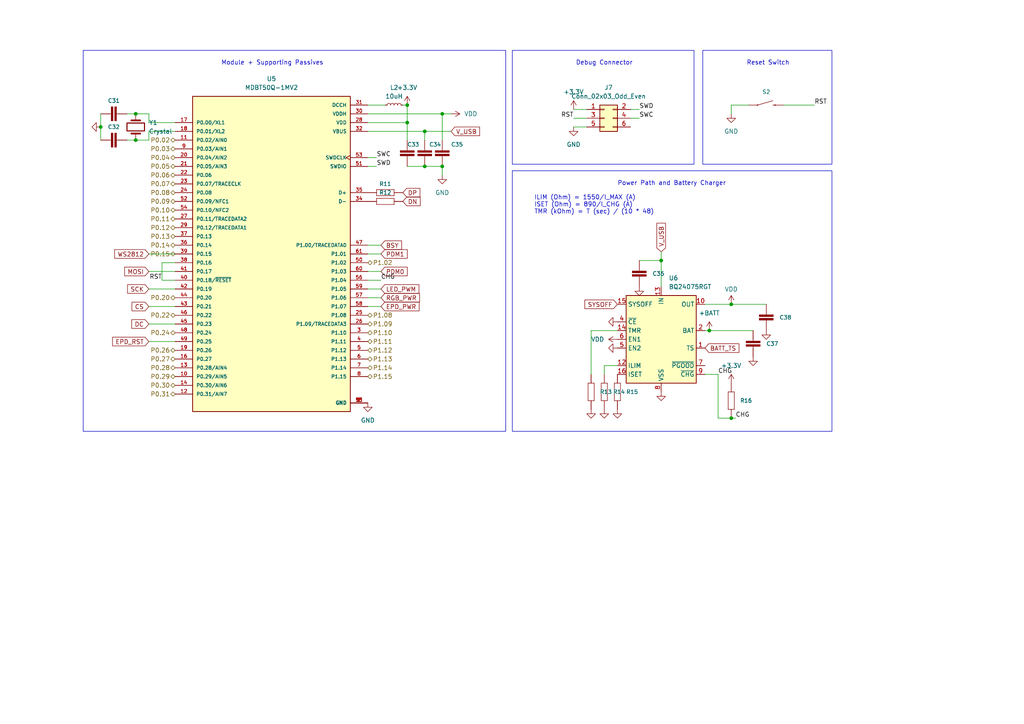
<source format=kicad_sch>
(kicad_sch (version 20231120) (generator "eeschema") (generator_version "8.0")
  (paper "A4")
  (title_block (title "Next Generation Platform Template") (date "2024-03-11") (rev "V1.0") (company "Polarity Works Ltd."))
  (lib_symbols
    (symbol "GND_1" (power) (pin_names (offset 0))
      (property "Value" "GND_1" (at 0 -3.81 0))
      (symbol "GND_1_0_1"
        (polyline (pts (xy 0 0) (xy 0 -1.27) (xy 1.27 -1.27) (xy 0 -2.54) (xy -1.27 -1.27) (xy 0 -1.27)))
      )
      (symbol "GND_1_1_1"
        (pin power_in line (at 0 0 270) (length 0) hide (name "GND") (number "1"))
      )
    )
    (symbol "ergo-pw:+3.3V" (power) (pin_names (offset 0))
      (property "Value" "+3.3V" (at 0 3.556 0))
      (symbol "+3.3V_0_1"
        (polyline (pts (xy -0.762 1.27) (xy 0 2.54)))
        (polyline (pts (xy 0 0) (xy 0 2.54)))
        (polyline (pts (xy 0 2.54) (xy 0.762 1.27)))
      )
      (symbol "+3.3V_1_1"
        (pin power_in line (at 0 0 90) (length 0) hide (name "+3.3V") (number "1"))
      )
    )
    (symbol "ergo-pw:+BATT" (power) (pin_names (offset 0))
      (property "Value" "+BATT" (at 0 3.556 0))
      (symbol "+BATT_0_1"
        (polyline (pts (xy -0.762 1.27) (xy 0 2.54)))
        (polyline (pts (xy 0 0) (xy 0 2.54)))
        (polyline (pts (xy 0 2.54) (xy 0.762 1.27)))
      )
      (symbol "+BATT_1_1"
        (pin power_in line (at 0 0 90) (length 0) hide (name "+BATT") (number "1"))
      )
    )
    (symbol "ergo-pw:BQ24075RGT"
      (property "Reference" "U" (at -8.89 13.97 0))
      (property "Value" "BQ24075RGT" (at 16.51 13.97 0))
      (symbol "BQ24075RGT_0_1"
        (rectangle (start -10.16 12.7) (end 10.16 -12.7) (stroke (width 0.254)) (fill (type background)))
      )
      (symbol "BQ24075RGT_1_1"
        (pin passive line (at 12.7 -2.54 180) (length 2.54) (name "TS") (number "1"))
        (pin power_out line (at 12.7 10.16 180) (length 2.54) (name "OUT") (number "10"))
        (pin passive line (at 12.7 10.16 180) (length 2.54) hide (name "OUT") (number "11"))
        (pin passive line (at -12.7 -7.62 0) (length 2.54) (name "ILIM") (number "12"))
        (pin power_in line (at 0 15.24 270) (length 2.54) (name "IN") (number "13"))
        (pin input line (at -12.7 2.54 0) (length 2.54) (name "TMR") (number "14"))
        (pin input line (at -12.7 10.16 0) (length 2.54) (name "SYSOFF") (number "15"))
        (pin passive line (at -12.7 -10.16 0) (length 2.54) (name "ISET") (number "16"))
        (pin passive line (at 0 -15.24 90) (length 2.54) hide (name "VSS") (number "17"))
        (pin power_out line (at 12.7 2.54 180) (length 2.54) (name "BAT") (number "2"))
        (pin passive line (at 12.7 2.54 180) (length 2.54) hide (name "BAT") (number "3"))
        (pin input line (at -12.7 5.08 0) (length 2.54) (name "~{CE}") (number "4"))
        (pin input line (at -12.7 -2.54 0) (length 2.54) (name "EN2") (number "5"))
        (pin input line (at -12.7 0 0) (length 2.54) (name "EN1") (number "6"))
        (pin open_collector line (at 12.7 -7.62 180) (length 2.54) (name "~{PGOOD}") (number "7"))
        (pin power_in line (at 0 -15.24 90) (length 2.54) (name "VSS") (number "8"))
        (pin open_collector line (at 12.7 -10.16 180) (length 2.54) (name "~{CHG}") (number "9"))
      )
    )
    (symbol "ergo-pw:C-EUC0603" (pin_numbers hide) (pin_names (offset 1.016) hide)
      (property "Reference" "C" (at 1.524 0.381 0))
      (symbol "C-EUC0603_1_0"
        (polyline (pts (xy 0 -2.54) (xy 0 -2.032)))
        (polyline (pts (xy 0 0) (xy 0 -0.508)))
      )
      (symbol "C-EUC0603_1_1"
        (rectangle (start -2.032 -2.032) (end 2.032 -1.524) (fill (type outline)))
        (rectangle (start -2.032 -1.016) (end 2.032 -0.508) (fill (type outline)))
        (pin passive line (at 0 2.54 270) (length 2.54) (name "1") (number "1"))
        (pin passive line (at 0 -5.08 90) (length 2.54) (name "2") (number "2"))
      )
    )
    (symbol "ergo-pw:Conn_02x03_Odd_Even" (pin_names (offset 1.016) hide)
      (property "Reference" "J" (at 1.27 5.08 0))
      (property "Value" "Conn_02x03_Odd_Even" (at 1.27 -5.08 0))
      (symbol "Conn_02x03_Odd_Even_1_1"
        (rectangle (start -1.27 -2.413) (end 0 -2.667) (stroke (width 0.1524)))
        (rectangle (start -1.27 0.127) (end 0 -0.127) (stroke (width 0.1524)))
        (rectangle (start -1.27 2.667) (end 0 2.413) (stroke (width 0.1524)))
        (rectangle (start -1.27 3.81) (end 3.81 -3.81) (stroke (width 0.254)) (fill (type background)))
        (rectangle (start 3.81 -2.413) (end 2.54 -2.667) (stroke (width 0.1524)))
        (rectangle (start 3.81 0.127) (end 2.54 -0.127) (stroke (width 0.1524)))
        (rectangle (start 3.81 2.667) (end 2.54 2.413) (stroke (width 0.1524)))
        (pin passive line (at -5.08 2.54 0) (length 3.81) (name "Pin_1") (number "1"))
        (pin passive line (at 7.62 2.54 180) (length 3.81) (name "Pin_2") (number "2"))
        (pin passive line (at -5.08 0 0) (length 3.81) (name "Pin_3") (number "3"))
        (pin passive line (at 7.62 0 180) (length 3.81) (name "Pin_4") (number "4"))
        (pin passive line (at -5.08 -2.54 0) (length 3.81) (name "Pin_5") (number "5"))
        (pin passive line (at 7.62 -2.54 180) (length 3.81) (name "Pin_6") (number "6"))
      )
    )
    (symbol "ergo-pw:Crystal" (pin_numbers hide) (pin_names (offset 1.016) hide)
      (property "Reference" "Y" (at 0 3.81 0))
      (property "Value" "Crystal" (at 0 -3.81 0))
      (symbol "Crystal_0_1"
        (rectangle (start -1.143 2.54) (end 1.143 -2.54) (stroke (width 0.3048)))
        (polyline (pts (xy -2.54 0) (xy -1.905 0)))
        (polyline (pts (xy -1.905 -1.27) (xy -1.905 1.27)) (stroke (width 0.508)))
        (polyline (pts (xy 1.905 -1.27) (xy 1.905 1.27)) (stroke (width 0.508)))
        (polyline (pts (xy 2.54 0) (xy 1.905 0)))
      )
      (symbol "Crystal_1_1"
        (pin passive line (at -3.81 0 0) (length 1.27) (name "1") (number "1"))
        (pin passive line (at 3.81 0 180) (length 1.27) (name "2") (number "2"))
      )
    )
    (symbol "ergo-pw:GND" (power) (pin_numbers hide) (pin_names (offset 0) hide)
      (property "Value" "GND" (at 0 -3.81 0))
      (symbol "GND_0_1"
        (polyline (pts (xy 0 0) (xy 0 -1.27) (xy 1.27 -1.27) (xy 0 -2.54) (xy -1.27 -1.27) (xy 0 -1.27)))
      )
      (symbol "GND_1_1"
        (pin power_in line (at 0 0 270) (length 0) hide (name "GND") (number "1"))
      )
    )
    (symbol "ergo-pw:L_Small" (pin_numbers hide) (pin_names (offset 0.254) hide)
      (property "Reference" "L" (at 0.762 1.016 0))
      (property "Value" "L_Small" (at 0.762 -1.016 0))
      (symbol "L_Small_0_1"
        (arc (start 0 -2.032) (mid 0.5058 -1.524) (end 0 -1.016))
        (arc (start 0 -1.016) (mid 0.5058 -0.508) (end 0 0))
        (arc (start 0 0) (mid 0.5058 0.508) (end 0 1.016))
        (arc (start 0 1.016) (mid 0.5058 1.524) (end 0 2.032))
      )
      (symbol "L_Small_1_1"
        (pin passive line (at 0 2.54 270) (length 0.508) (name "~") (number "1"))
        (pin passive line (at 0 -2.54 90) (length 0.508) (name "~") (number "2"))
      )
    )
    (symbol "ergo-pw:MDBT50Q-1MV2" (pin_names (offset 1.016))
      (property "Reference" "U" (at -22.86 46.482 0))
      (property "Value" "MDBT50Q-1MV2" (at -22.86 -48.26 0))
      (symbol "MDBT50Q-1MV2_0_0"
        (rectangle (start -22.86 -45.72) (end 22.86 45.72) (stroke (width 0.254)) (fill (type background)))
        (pin power_in line (at 27.94 -43.18 180) (length 5.08) (name "GND") (number "1"))
        (pin bidirectional line (at -27.94 -35.56 0) (length 5.08) (name "P0.29/AIN5") (number "10"))
        (pin bidirectional line (at -27.94 33.02 0) (length 5.08) (name "P0.02/AIN0") (number "11"))
        (pin bidirectional line (at -27.94 -40.64 0) (length 5.08) (name "P0.31/AIN7") (number "12"))
        (pin bidirectional line (at -27.94 -33.02 0) (length 5.08) (name "P0.28/AIN4") (number "13"))
        (pin bidirectional line (at -27.94 -38.1 0) (length 5.08) (name "P0.30/AIN6") (number "14"))
        (pin power_in line (at 27.94 -43.18 180) (length 5.08) (name "GND") (number "15"))
        (pin bidirectional line (at -27.94 -30.48 0) (length 5.08) (name "P0.27") (number "16"))
        (pin bidirectional line (at -27.94 38.1 0) (length 5.08) (name "P0.00/XL1") (number "17"))
        (pin bidirectional line (at -27.94 35.56 0) (length 5.08) (name "P0.01/XL2") (number "18"))
        (pin bidirectional line (at -27.94 -27.94 0) (length 5.08) (name "P0.26") (number "19"))
        (pin power_in line (at 27.94 -43.18 180) (length 5.08) (name "GND") (number "2"))
        (pin bidirectional line (at -27.94 27.94 0) (length 5.08) (name "P0.04/AIN2") (number "20"))
        (pin bidirectional line (at -27.94 25.4 0) (length 5.08) (name "P0.05/AIN3") (number "21"))
        (pin bidirectional line (at -27.94 22.86 0) (length 5.08) (name "P0.06") (number "22"))
        (pin bidirectional line (at -27.94 20.32 0) (length 5.08) (name "P0.07/TRACECLK") (number "23"))
        (pin bidirectional line (at -27.94 17.78 0) (length 5.08) (name "P0.08") (number "24"))
        (pin bidirectional line (at 27.94 -17.78 180) (length 5.08) (name "P1.08") (number "25"))
        (pin bidirectional line (at 27.94 -20.32 180) (length 5.08) (name "P1.09/TRACEDATA3") (number "26"))
        (pin bidirectional line (at -27.94 10.16 0) (length 5.08) (name "P0.11/TRACEDATA2") (number "27"))
        (pin power_in line (at 27.94 38.1 180) (length 5.08) (name "VDD") (number "28"))
        (pin bidirectional line (at -27.94 7.62 0) (length 5.08) (name "P0.12/TRACEDATA1") (number "29"))
        (pin bidirectional line (at 27.94 -22.86 180) (length 5.08) (name "P1.10") (number "3"))
        (pin power_in line (at 27.94 40.64 180) (length 5.08) (name "VDDH") (number "30"))
        (pin power_in line (at 27.94 43.18 180) (length 5.08) (name "DCCH") (number "31"))
        (pin power_in line (at 27.94 35.56 180) (length 5.08) (name "VBUS") (number "32"))
        (pin power_in line (at 27.94 -43.18 180) (length 5.08) (name "GND") (number "33"))
        (pin bidirectional line (at 27.94 15.24 180) (length 5.08) (name "D-") (number "34"))
        (pin bidirectional line (at 27.94 17.78 180) (length 5.08) (name "D+") (number "35"))
        (pin bidirectional line (at -27.94 2.54 0) (length 5.08) (name "P0.14") (number "36"))
        (pin bidirectional line (at -27.94 5.08 0) (length 5.08) (name "P0.13") (number "37"))
        (pin bidirectional line (at -27.94 -2.54 0) (length 5.08) (name "P0.16") (number "38"))
        (pin bidirectional line (at -27.94 0 0) (length 5.08) (name "P0.15") (number "39"))
        (pin bidirectional line (at 27.94 -25.4 180) (length 5.08) (name "P1.11") (number "4"))
        (pin bidirectional line (at -27.94 -7.62 0) (length 5.08) (name "P0.18/~{RESET}") (number "40"))
        (pin bidirectional line (at -27.94 -5.08 0) (length 5.08) (name "P0.17") (number "41"))
        (pin bidirectional line (at -27.94 -10.16 0) (length 5.08) (name "P0.19") (number "42"))
        (pin bidirectional line (at -27.94 -15.24 0) (length 5.08) (name "P0.21") (number "43"))
        (pin bidirectional line (at -27.94 -12.7 0) (length 5.08) (name "P0.20") (number "44"))
        (pin bidirectional line (at -27.94 -20.32 0) (length 5.08) (name "P0.23") (number "45"))
        (pin bidirectional line (at -27.94 -17.78 0) (length 5.08) (name "P0.22") (number "46"))
        (pin bidirectional line (at 27.94 2.54 180) (length 5.08) (name "P1.00/TRACEDATA0") (number "47"))
        (pin bidirectional line (at -27.94 -22.86 0) (length 5.08) (name "P0.24") (number "48"))
        (pin bidirectional line (at -27.94 -25.4 0) (length 5.08) (name "P0.25") (number "49"))
        (pin bidirectional line (at 27.94 -27.94 180) (length 5.08) (name "P1.12") (number "5"))
        (pin bidirectional line (at 27.94 -2.54 180) (length 5.08) (name "P1.02") (number "50"))
        (pin bidirectional line (at 27.94 25.4 180) (length 5.08) (name "SWDIO") (number "51"))
        (pin bidirectional line (at -27.94 15.24 0) (length 5.08) (name "P0.09/NFC1") (number "52"))
        (pin input clock (at 27.94 27.94 180) (length 5.08) (name "SWDCLK") (number "53"))
        (pin bidirectional line (at -27.94 12.7 0) (length 5.08) (name "P0.10/NFC2") (number "54"))
        (pin power_in line (at 27.94 -43.18 180) (length 5.08) (name "GND") (number "55"))
        (pin bidirectional line (at 27.94 -7.62 180) (length 5.08) (name "P1.04") (number "56"))
        (pin bidirectional line (at 27.94 -12.7 180) (length 5.08) (name "P1.06") (number "57"))
        (pin bidirectional line (at 27.94 -15.24 180) (length 5.08) (name "P1.07") (number "58"))
        (pin bidirectional line (at 27.94 -10.16 180) (length 5.08) (name "P1.05") (number "59"))
        (pin bidirectional line (at 27.94 -30.48 180) (length 5.08) (name "P1.13") (number "6"))
        (pin bidirectional line (at 27.94 -5.08 180) (length 5.08) (name "P1.03") (number "60"))
        (pin bidirectional line (at 27.94 0 180) (length 5.08) (name "P1.01") (number "61"))
        (pin bidirectional line (at 27.94 -33.02 180) (length 5.08) (name "P1.14") (number "7"))
        (pin bidirectional line (at 27.94 -35.56 180) (length 5.08) (name "P1.15") (number "8"))
        (pin bidirectional line (at -27.94 30.48 0) (length 5.08) (name "P0.03/AIN1") (number "9"))
      )
    )
    (symbol "ergo-pw:MOMENTARY-SWITCH-SPST-SMD-4.6X2.8MM" (pin_numbers hide) (pin_names (offset 1.016) hide)
      (property "Reference" "S" (at 0 1.524 0))
      (property "Link" "https://lcsc.com/product-detail/Tactile-Switches_C-K-KMR221GLFS_C72443.html" (at 0 0 0))
      (symbol "MOMENTARY-SWITCH-SPST-SMD-4.6X2.8MM_1_0"
        (polyline (pts (xy -2.54 0) (xy 1.905 1.27)))
        (polyline (pts (xy 1.905 0) (xy 2.54 0)))
      )
      (symbol "MOMENTARY-SWITCH-SPST-SMD-4.6X2.8MM_1_1"
        (circle (center -2.54 0) (radius 0.127) (fill (type outline)))
        (circle (center 2.54 0) (radius 0.127) (fill (type outline)))
        (pin passive line (at -5.08 0 0) (length 2.54) (name "1") (number "1"))
        (pin passive line (at -5.08 0 0) (length 2.54) hide (name "1") (number "2"))
        (pin passive line (at 5.08 0 180) (length 2.54) (name "2") (number "3"))
        (pin passive line (at 5.08 0 180) (length 2.54) hide (name "2") (number "4"))
      )
    )
    (symbol "ergo-pw:R-EU_R0603" (pin_numbers hide) (pin_names (offset 1.016) hide)
      (property "Reference" "R" (at -3.81 1.4986 0))
      (symbol "R-EU_R0603_1_0"
        (polyline (pts (xy -2.54 -0.889) (xy -2.54 0.889)))
        (polyline (pts (xy -2.54 -0.889) (xy 2.54 -0.889)))
        (polyline (pts (xy 2.54 -0.889) (xy 2.54 0.889)))
        (polyline (pts (xy 2.54 0.889) (xy -2.54 0.889)))
      )
      (symbol "R-EU_R0603_1_1"
        (pin passive line (at -5.08 0 0) (length 2.54) (name "1") (number "1"))
        (pin passive line (at 5.08 0 180) (length 2.54) (name "2") (number "2"))
      )
    )
    (symbol "ergo-pw:VDD" (power) (pin_names (offset 0))
      (property "Value" "VDD" (at 0 3.81 0))
      (symbol "VDD_0_1"
        (polyline (pts (xy -0.762 1.27) (xy 0 2.54)))
        (polyline (pts (xy 0 0) (xy 0 2.54)))
        (polyline (pts (xy 0 2.54) (xy 0.762 1.27)))
      )
      (symbol "VDD_1_1"
        (pin power_in line (at 0 0 90) (length 0) hide (name "VDD") (number "1"))
      )
    )
  )
  (junction (at 212.09 121.285))
  (junction (at 123.19 38.1))
  (junction (at 128.27 33.02))
  (junction (at 123.19 48.26))
  (junction (at 205.74 95.885))
  (junction (at 128.27 48.26))
  (junction (at 29.21 36.83))
  (junction (at 191.77 75.565))
  (junction (at 118.11 35.56))
  (junction (at 212.09 88.265))
  (junction (at 39.37 40.64))
  (junction (at 118.11 30.48))
  (junction (at 39.37 33.02))
  (wire (pts (xy 106.68 71.12) (xy 110.49 71.12)))
  (wire (pts (xy 43.18 33.02) (xy 43.18 35.56)))
  (wire (pts (xy 29.21 33.02) (xy 29.21 36.83)))
  (wire (pts (xy 166.37 31.75) (xy 170.18 31.75)))
  (wire (pts (xy 43.18 35.56) (xy 50.8 35.56)))
  (wire (pts (xy 43.18 93.98) (xy 50.8 93.98)))
  (wire (pts (xy 43.18 83.82) (xy 50.8 83.82)))
  (wire (pts (xy 175.26 106.045) (xy 175.26 108.585)))
  (wire (pts (xy 106.68 78.74) (xy 110.49 78.74)))
  (wire (pts (xy 118.11 48.26) (xy 123.19 48.26)))
  (wire (pts (xy 212.09 121.285) (xy 213.36 121.285)))
  (wire (pts (xy 130.81 33.02) (xy 128.27 33.02)))
  (wire (pts (xy 130.81 38.1) (xy 123.19 38.1)))
  (wire (pts (xy 208.28 121.285) (xy 208.28 108.585)))
  (wire (pts (xy 191.77 73.025) (xy 191.77 75.565)))
  (wire (pts (xy 46.99 76.2) (xy 46.99 81.28)))
  (wire (pts (xy 123.19 48.26) (xy 128.27 48.26)))
  (wire (pts (xy 204.47 95.885) (xy 205.74 95.885)))
  (wire (pts (xy 128.27 33.02) (xy 128.27 40.64)))
  (wire (pts (xy 208.28 108.585) (xy 204.47 108.585)))
  (wire (pts (xy 179.07 95.885) (xy 171.45 95.885)))
  (wire (pts (xy 46.99 81.28) (xy 50.8 81.28)))
  (wire (pts (xy 106.68 81.28) (xy 110.49 81.28)))
  (wire (pts (xy 166.37 36.83) (xy 170.18 36.83)))
  (wire (pts (xy 50.8 76.2) (xy 46.99 76.2)))
  (wire (pts (xy 212.09 88.265) (xy 222.25 88.265)))
  (wire (pts (xy 171.45 95.885) (xy 171.45 108.585)))
  (wire (pts (xy 182.88 31.75) (xy 185.42 31.75)))
  (wire (pts (xy 106.68 30.48) (xy 111.76 30.48)))
  (wire (pts (xy 50.8 38.1) (xy 43.18 38.1)))
  (wire (pts (xy 166.37 34.29) (xy 170.18 34.29)))
  (wire (pts (xy 106.68 86.36) (xy 110.49 86.36)))
  (wire (pts (xy 118.11 30.48) (xy 118.11 35.56)))
  (wire (pts (xy 212.09 30.48) (xy 217.17 30.48)))
  (wire (pts (xy 182.88 34.29) (xy 185.42 34.29)))
  (wire (pts (xy 43.18 99.06) (xy 50.8 99.06)))
  (wire (pts (xy 43.18 88.9) (xy 50.8 88.9)))
  (wire (pts (xy 106.68 83.82) (xy 110.49 83.82)))
  (wire (pts (xy 106.68 38.1) (xy 123.19 38.1)))
  (wire (pts (xy 43.18 38.1) (xy 43.18 40.64)))
  (wire (pts (xy 191.77 75.565) (xy 191.77 83.185)))
  (wire (pts (xy 179.07 106.045) (xy 175.26 106.045)))
  (wire (pts (xy 118.11 40.64) (xy 118.11 35.56)))
  (wire (pts (xy 106.68 33.02) (xy 128.27 33.02)))
  (wire (pts (xy 29.21 36.83) (xy 29.21 40.64)))
  (wire (pts (xy 106.68 88.9) (xy 110.49 88.9)))
  (wire (pts (xy 208.28 121.285) (xy 212.09 121.285)))
  (wire (pts (xy 204.47 88.265) (xy 212.09 88.265)))
  (wire (pts (xy 106.68 48.26) (xy 109.22 48.26)))
  (wire (pts (xy 185.42 75.565) (xy 191.77 75.565)))
  (wire (pts (xy 43.18 78.74) (xy 50.8 78.74)))
  (wire (pts (xy 123.19 40.64) (xy 123.19 38.1)))
  (wire (pts (xy 106.68 45.72) (xy 109.22 45.72)))
  (wire (pts (xy 205.74 95.885) (xy 218.44 95.885)))
  (wire (pts (xy 39.37 40.64) (xy 36.83 40.64)))
  (wire (pts (xy 227.33 30.48) (xy 236.22 30.48)))
  (wire (pts (xy 106.68 73.66) (xy 110.49 73.66)))
  (wire (pts (xy 106.68 35.56) (xy 118.11 35.56)))
  (wire (pts (xy 36.83 33.02) (xy 39.37 33.02)))
  (wire (pts (xy 43.18 73.66) (xy 50.8 73.66)))
  (wire (pts (xy 212.09 33.02) (xy 212.09 30.48)))
  (wire (pts (xy 116.84 30.48) (xy 118.11 30.48)))
  (wire (pts (xy 43.18 40.64) (xy 39.37 40.64)))
  (wire (pts (xy 39.37 33.02) (xy 43.18 33.02)))
  (wire (pts (xy 128.27 50.8) (xy 128.27 48.26)))
  (rectangle (start 24.13 14.605) (end 146.685 125.095))
  (rectangle (start 148.59 49.53) (end 241.3 125.095))
  (rectangle (start 203.835 14.605) (end 241.3 47.625))
  (rectangle (start 148.59 14.605) (end 201.295 47.625))
  (text "Debug Connector" (at 167.005 19.05 0) (effects (font (size 1.27 1.27)) (justify left bottom)))
  (text "Power Path and Battery Charger" (at 179.07 53.975 0) (effects (font (size 1.27 1.27)) (justify left bottom)))
  (text "Module + Supporting Passives" (at 64.135 19.05 0) (effects (font (size 1.27 1.27)) (justify left bottom)))
  (text "Reset Switch\n" (at 216.535 19.05 0) (effects (font (size 1.27 1.27)) (justify left bottom)))
  (text "ILIM (Ohm) = 1550/I_MAX (A)\nISET (Ohm) = 890/I_CHG (A)\nTMR (kOhm) = T (sec) / (10 * 48)" (at 154.94 62.23 0) (effects (font (size 1.27 1.27)) (justify left bottom)))
  (label "SWC" (at 109.22 45.72 0))
  (label "CHG" (at 208.28 108.585 0))
  (label "CHG" (at 110.49 81.28 0))
  (label "CHG" (at 213.36 121.285 0))
  (label "RST" (at 166.37 34.29 180))
  (label "SWC" (at 185.42 34.29 0))
  (label "RST" (at 236.22 30.48 0))
  (label "SWD" (at 109.22 48.26 0))
  (label "SWD" (at 185.42 31.75 0))
  (label "RST" (at 46.99 81.28 180))
  (global_label "EPD_PWR" (shape input) (at 110.49 88.9 0) (property "Intersheetrefs" "${INTERSHEET_REFS}" (effects (hide yes))))
  (global_label "DC" (shape input) (at 43.18 93.98 180) (property "Intersheetrefs" "${INTERSHEET_REFS}" (effects (hide yes))))
  (global_label "CS" (shape input) (at 43.18 88.9 180) (property "Intersheetrefs" "${INTERSHEET_REFS}" (effects (hide yes))))
  (global_label "WS2812" (shape input) (at 43.18 73.66 180) (property "Intersheetrefs" "${INTERSHEET_REFS}" (effects (hide yes))))
  (global_label "DN" (shape input) (at 116.84 58.42 0) (property "Intersheetrefs" "${INTERSHEET_REFS}" (effects (hide yes))))
  (global_label "MOSI" (shape input) (at 43.18 78.74 180) (property "Intersheetrefs" "${INTERSHEET_REFS}" (effects (hide yes))))
  (global_label "EPD_RST" (shape input) (at 43.18 99.06 180) (property "Intersheetrefs" "${INTERSHEET_REFS}" (effects (hide yes))))
  (global_label "BATT_TS" (shape input) (at 204.47 100.965 0) (property "Intersheetrefs" "${INTERSHEET_REFS}" (effects (hide yes))))
  (global_label "RGB_PWR" (shape input) (at 110.49 86.36 0) (property "Intersheetrefs" "${INTERSHEET_REFS}" (effects (hide yes))))
  (global_label "V_USB" (shape input) (at 191.77 73.025 90) (property "Intersheetrefs" "${INTERSHEET_REFS}" (effects (hide yes))))
  (global_label "BSY" (shape input) (at 110.49 71.12 0) (property "Intersheetrefs" "${INTERSHEET_REFS}" (effects (hide yes))))
  (global_label "SCK" (shape input) (at 43.18 83.82 180) (property "Intersheetrefs" "${INTERSHEET_REFS}" (effects (hide yes))))
  (global_label "V_USB" (shape input) (at 130.81 38.1 0) (property "Intersheetrefs" "${INTERSHEET_REFS}" (effects (hide yes))))
  (global_label "DP" (shape input) (at 116.84 55.88 0) (property "Intersheetrefs" "${INTERSHEET_REFS}" (effects (hide yes))))
  (global_label "SYSOFF" (shape input) (at 179.07 88.265 180) (property "Intersheetrefs" "${INTERSHEET_REFS}" (effects (hide yes))))
  (global_label "PDM1" (shape input) (at 110.49 73.66 0) (property "Intersheetrefs" "${INTERSHEET_REFS}" (effects (hide yes))))
  (global_label "PDM0" (shape input) (at 110.49 78.74 0) (property "Intersheetrefs" "${INTERSHEET_REFS}" (effects (hide yes))))
  (global_label "LED_PWM" (shape input) (at 110.49 83.82 0) (property "Intersheetrefs" "${INTERSHEET_REFS}" (effects (hide yes))))
  (hierarchical_label "P0.03" (shape bidirectional) (at 50.8 43.18 180))
  (hierarchical_label "P0.26" (shape bidirectional) (at 50.8 101.6 180))
  (hierarchical_label "P1.13" (shape bidirectional) (at 106.68 104.14 0))
  (hierarchical_label "P0.07" (shape bidirectional) (at 50.8 53.34 180))
  (hierarchical_label "P0.24" (shape bidirectional) (at 50.8 96.52 180))
  (hierarchical_label "P1.11" (shape bidirectional) (at 106.68 99.06 0))
  (hierarchical_label "P0.20" (shape bidirectional) (at 50.8 86.36 180))
  (hierarchical_label "P0.27" (shape bidirectional) (at 50.8 104.14 180))
  (hierarchical_label "P0.31" (shape bidirectional) (at 50.8 114.3 180))
  (hierarchical_label "P0.28" (shape bidirectional) (at 50.8 106.68 180))
  (hierarchical_label "P1.02" (shape bidirectional) (at 106.68 76.2 0))
  (hierarchical_label "P0.10" (shape bidirectional) (at 50.8 60.96 180))
  (hierarchical_label "P0.29" (shape bidirectional) (at 50.8 109.22 180))
  (hierarchical_label "P0.14" (shape bidirectional) (at 50.8 71.12 180))
  (hierarchical_label "P1.14" (shape bidirectional) (at 106.68 106.68 0))
  (hierarchical_label "P0.30" (shape bidirectional) (at 50.8 111.76 180))
  (hierarchical_label "P0.09" (shape bidirectional) (at 50.8 58.42 180))
  (hierarchical_label "P0.22" (shape bidirectional) (at 50.8 91.44 180))
  (hierarchical_label "P0.02" (shape bidirectional) (at 50.8 40.64 180))
  (hierarchical_label "P0.06" (shape bidirectional) (at 50.8 50.8 180))
  (hierarchical_label "P0.13" (shape bidirectional) (at 50.8 68.58 180))
  (hierarchical_label "P0.15" (shape bidirectional) (at 50.8 73.66 180))
  (hierarchical_label "P0.04" (shape bidirectional) (at 50.8 45.72 180))
  (hierarchical_label "P1.15" (shape bidirectional) (at 106.68 109.22 0))
  (hierarchical_label "P0.12" (shape bidirectional) (at 50.8 66.04 180))
  (hierarchical_label "P1.10" (shape bidirectional) (at 106.68 96.52 0))
  (hierarchical_label "P1.09" (shape bidirectional) (at 106.68 93.98 0))
  (hierarchical_label "P0.08" (shape bidirectional) (at 50.8 55.88 180))
  (hierarchical_label "P1.12" (shape bidirectional) (at 106.68 101.6 0))
  (hierarchical_label "P0.05" (shape bidirectional) (at 50.8 48.26 180))
  (hierarchical_label "P1.08" (shape bidirectional) (at 106.68 91.44 0))
  (hierarchical_label "P0.11" (shape bidirectional) (at 50.8 63.5 180))
  (symbol (lib_id "ergo-pw:C-EUC0603") (at 218.44 98.425 0) (unit 1)
    (property "Reference" "C37" (at 222.25 99.695 0) (effects (font (size 1.143 1.143)) (justify left)))
    (property "Value" "10uF" (effects (hide yes)))
    (property "Footprint" "ergo-pw:C_0402_1005Metric" (effects (hide yes)))
    (property "LCSC Part" "C15525" (effects (hide yes)))
  )
  (symbol (lib_id "ergo-pw:GND") (at 175.26 118.745 0) (unit 1)
    (property "Reference" "#PWR053" (effects (hide yes)))
    (property "Value" "GND" (effects (hide yes)))
  )
  (symbol (lib_id "ergo-pw:VDD") (at 130.81 33.02 270) (unit 1)
    (property "Reference" "#PWR049" (effects (hide yes)))
    (property "Value" "VDD" (at 134.62 33.02 90) (effects (justify left)))
  )
  (symbol (lib_id "ergo-pw:C-EUC0603") (at 118.11 43.18 0) (unit 1)
    (property "Reference" "C33" (at 118.11 41.91 0) (effects (font (size 1.143 1.143)) (justify left)))
    (property "Value" "10uF" (effects (hide yes)))
    (property "Footprint" "ergo-pw:C_0402_1005Metric" (effects (hide yes)))
    (property "LCSC Part" "C15525" (effects (hide yes)))
  )
  (symbol (lib_name "GND_1") (lib_id "ergo-pw:GND_1") (at 128.27 50.8 0) (unit 1)
    (property "Reference" "#PWR048" (effects (hide yes)))
    (property "Value" "GND" (at 128.27 55.88 0))
  )
  (symbol (lib_id "ergo-pw:GND") (at 222.25 95.885 0) (unit 1)
    (property "Reference" "#PWR065" (effects (hide yes)))
    (property "Value" "GND" (effects (hide yes)))
  )
  (symbol (lib_id "ergo-pw:R-EU_R0603") (at 179.07 113.665 90) (unit 1)
    (property "Reference" "R15" (at 181.61 113.665 90) (effects (font (size 1.143 1.143)) (justify right)))
    (property "Value" "1.8k" (effects (hide yes)))
    (property "Footprint" "ergo-pw:R_0402_1005Metric" (effects (hide yes)))
    (property "LCSC Part" "C25871" (effects (hide yes)))
  )
  (symbol (lib_id "ergo-pw:R-EU_R0603") (at 111.76 58.42 0) (unit 1)
    (property "Reference" "R12" (at 111.76 55.88 0) (effects (font (size 1.143 1.143))))
    (property "Value" "27" (effects (hide yes)))
    (property "Footprint" "ergo-pw:R_0402_1005Metric" (effects (hide yes)))
    (property "LCSC Part" "C25100" (effects (hide yes)))
  )
  (symbol (lib_id "ergo-pw:GND") (at 212.09 33.02 0) (unit 1)
    (property "Reference" "#PWR061" (effects (hide yes)))
    (property "Value" "GND" (at 212.09 38.1 0))
  )
  (symbol (lib_id "ergo-pw:GND") (at 171.45 118.745 0) (unit 1)
    (property "Reference" "#PWR052" (effects (hide yes)))
    (property "Value" "GND" (effects (hide yes)))
  )
  (symbol (lib_id "ergo-pw:GND") (at 179.07 93.345 270) (unit 1)
    (property "Reference" "#PWR054" (effects (hide yes)))
    (property "Value" "GND" (effects (hide yes)))
  )
  (symbol (lib_id "ergo-pw:+BATT") (at 205.74 95.885 0) (unit 1)
    (property "Reference" "#PWR060" (effects (hide yes)))
    (property "Value" "+BATT" (at 205.74 90.805 0))
  )
  (symbol (lib_id "ergo-pw:R-EU_R0603") (at 111.76 55.88 0) (unit 1)
    (property "Reference" "R11" (at 111.76 53.34 0) (effects (font (size 1.143 1.143))))
    (property "Value" "27" (effects (hide yes)))
    (property "Footprint" "ergo-pw:R_0402_1005Metric" (effects (hide yes)))
    (property "LCSC Part" "C25100" (effects (hide yes)))
  )
  (symbol (lib_id "ergo-pw:+3.3V") (at 212.09 111.125 0) (unit 1)
    (property "Reference" "#PWR063" (effects (hide yes)))
    (property "Value" "+3.3V" (at 212.09 106.045 0))
  )
  (symbol (lib_id "ergo-pw:R-EU_R0603") (at 175.26 113.665 90) (unit 1)
    (property "Reference" "R14" (at 177.8 113.665 90) (effects (font (size 1.143 1.143)) (justify right)))
    (property "Value" "1.8k" (effects (hide yes)))
    (property "Footprint" "ergo-pw:R_0402_1005Metric" (effects (hide yes)))
    (property "LCSC Part" "C25871" (effects (hide yes)))
  )
  (symbol (lib_id "ergo-pw:VDD") (at 179.07 98.425 90) (unit 1)
    (property "Reference" "#PWR055" (effects (hide yes)))
    (property "Value" "VDD" (at 175.26 98.425 90) (effects (justify left)))
  )
  (symbol (lib_id "ergo-pw:Crystal") (at 39.37 36.83 90) (unit 1)
    (property "Reference" "Y1" (at 43.18 35.56 90) (effects (justify right)))
    (property "Value" "Crystal" (at 43.18 38.1 90) (effects (justify right)))
    (property "Footprint" "ergo-pw:Crystal_SMD_2012-2Pin_2.0x1.2mm" (effects (hide yes)))
    (property "LCSC Part" "C99009" (effects (hide yes)))
  )
  (symbol (lib_id "ergo-pw:GND") (at 218.44 103.505 0) (unit 1)
    (property "Reference" "#PWR064" (effects (hide yes)))
    (property "Value" "GND" (effects (hide yes)))
  )
  (symbol (lib_id "ergo-pw:Conn_02x03_Odd_Even") (at 175.26 34.29 0) (unit 1) (in_bom no)
    (property "Reference" "J7" (at 176.53 25.4 0))
    (property "Value" "Conn_02x03_Odd_Even" (at 176.53 27.94 0))
    (property "Footprint" "ergo-pw:Tag-Connect_TC2030-IDC-NL_2x03_P1.27mm_Vertical" (effects (hide yes)))
  )
  (symbol (lib_id "ergo-pw:GND") (at 191.77 113.665 0) (unit 1)
    (property "Reference" "#PWR059" (effects (hide yes)))
    (property "Value" "GND" (effects (hide yes)))
  )
  (symbol (lib_id "ergo-pw:+3.3V") (at 166.37 31.75 0) (unit 1)
    (property "Reference" "#PWR050" (effects (hide yes)))
    (property "Value" "+3.3V" (at 166.37 26.67 0))
  )
  (symbol (lib_id "ergo-pw:R-EU_R0603") (at 212.09 116.205 90) (unit 1)
    (property "Reference" "R16" (at 214.63 116.205 90) (effects (font (size 1.143 1.143)) (justify right)))
    (property "Value" "100k" (effects (hide yes)))
    (property "Footprint" "ergo-pw:R_0402_1005Metric" (effects (hide yes)))
    (property "LCSC Part" "C2906883" (effects (hide yes)))
  )
  (symbol (lib_id "ergo-pw:R-EU_R0603") (at 171.45 113.665 90) (unit 1)
    (property "Reference" "R13" (at 173.99 113.665 90) (effects (font (size 1.143 1.143)) (justify right)))
    (property "Value" "1.8k" (effects (hide yes)))
    (property "Footprint" "ergo-pw:R_0402_1005Metric" (effects (hide yes)))
    (property "LCSC Part" "C25871" (effects (hide yes)))
  )
  (symbol (lib_id "ergo-pw:L_Small") (at 114.3 30.48 90) (unit 1)
    (property "Reference" "L2" (at 114.3 25.4 90))
    (property "Value" "10uH" (at 114.3 27.94 90))
    (property "Footprint" "ergo-pw:L_0603_1608Metric" (effects (hide yes)))
    (property "LCSC Part" "C285968" (effects (hide yes)))
  )
  (symbol (lib_id "ergo-pw:VDD") (at 212.09 88.265 0) (unit 1)
    (property "Reference" "#PWR062" (effects (hide yes)))
    (property "Value" "VDD" (at 212.09 83.8969 0))
  )
  (symbol (lib_id "ergo-pw:C-EUC0603") (at 123.19 43.18 0) (unit 1)
    (property "Reference" "C34" (at 124.46 41.91 0) (effects (font (size 1.143 1.143)) (justify left)))
    (property "Value" "10uF" (effects (hide yes)))
    (property "Footprint" "ergo-pw:C_0402_1005Metric" (effects (hide yes)))
    (property "LCSC Part" "C15525" (effects (hide yes)))
  )
  (symbol (lib_id "ergo-pw:BQ24075RGT") (at 191.77 98.425 0) (unit 1)
    (property "Reference" "U6" (at 193.9641 80.645 0) (effects (justify left)))
    (property "Value" "BQ24075RGT" (at 193.9641 83.185 0) (effects (justify left)))
    (property "Footprint" "ergo-pw:VQFN-16-1EP_3x3mm_P0.5mm_EP1.6x1.6mm" (effects (hide yes)))
    (property "Datasheet" "http://www.ti.com/lit/ds/symlink/bq24075.pdf" (effects (hide yes)))
    (property "LCSC Part" "C15464" (effects (hide yes)))
  )
  (symbol (lib_name "GND_1") (lib_id "ergo-pw:GND_1") (at 106.68 116.84 0) (unit 1)
    (property "Reference" "#PWR046" (effects (hide yes)))
    (property "Value" "GND" (at 106.68 121.92 0))
  )
  (symbol (lib_id "ergo-pw:+3.3V") (at 118.11 30.48 0) (unit 1)
    (property "Reference" "#PWR047" (effects (hide yes)))
    (property "Value" "+3.3V" (at 118.11 25.4 0))
  )
  (symbol (lib_id "ergo-pw:C-EUC0603") (at 128.27 43.18 0) (unit 1)
    (property "Reference" "C35" (at 130.81 41.91 0) (effects (font (size 1.143 1.143)) (justify left)))
    (property "Value" "10uF" (effects (hide yes)))
    (property "Footprint" "ergo-pw:C_0402_1005Metric" (effects (hide yes)))
    (property "LCSC Part" "C15525" (effects (hide yes)))
  )
  (symbol (lib_id "ergo-pw:MOMENTARY-SWITCH-SPST-SMD-4.6X2.8MM") (at 222.25 30.48 0) (unit 1)
    (property "Reference" "S2" (at 222.25 26.67 0) (effects (font (size 1.143 1.143))))
    (property "Value" "MOMENTARY-SWITCH-SPST-SMD-4.6X2.8MM" (effects (hide yes)))
    (property "Footprint" "ergo-pw:TACTILE_SWITCH_SMD_4.6X2.8MM" (effects (hide yes)))
    (property "LCSC Part" "C269272" (effects (hide yes)))
  )
  (symbol (lib_id "ergo-pw:C-EUC0603") (at 34.29 40.64 270) (unit 1)
    (property "Reference" "C32" (at 33.02 36.83 90) (effects (font (size 1.143 1.143))))
    (property "Value" "12pF" (effects (hide yes)))
    (property "Footprint" "ergo-pw:C_0402_1005Metric" (effects (hide yes)))
    (property "LCSC Part" "C1547" (effects (hide yes)))
  )
  (symbol (lib_id "ergo-pw:C-EUC0603") (at 31.75 33.02 90) (unit 1)
    (property "Reference" "C31" (at 33.02 29.21 90) (effects (font (size 1.143 1.143))))
    (property "Value" "12pF" (effects (hide yes)))
    (property "Footprint" "ergo-pw:C_0402_1005Metric" (effects (hide yes)))
    (property "LCSC Part" "C1547" (effects (hide yes)))
  )
  (symbol (lib_id "ergo-pw:C-EUC0603") (at 185.42 80.645 180) (unit 1)
    (property "Reference" "C36" (at 189.23 79.375 0) (effects (font (size 1.143 1.143)) (justify right)))
    (property "Value" "10uF" (effects (hide yes)))
    (property "Footprint" "ergo-pw:C_0402_1005Metric" (effects (hide yes)))
    (property "LCSC Part" "C15525" (effects (hide yes)))
  )
  (symbol (lib_id "ergo-pw:GND") (at 29.21 36.83 270) (unit 1)
    (property "Reference" "#PWR045" (effects (hide yes)))
    (property "Value" "GND" (effects (hide yes)))
  )
  (symbol (lib_id "ergo-pw:GND") (at 179.07 100.965 270) (unit 1)
    (property "Reference" "#PWR056" (effects (hide yes)))
    (property "Value" "GND" (effects (hide yes)))
  )
  (symbol (lib_id "ergo-pw:C-EUC0603") (at 222.25 90.805 0) (unit 1)
    (property "Reference" "C38" (at 226.06 92.075 0) (effects (font (size 1.143 1.143)) (justify left)))
    (property "Value" "10uF" (effects (hide yes)))
    (property "Footprint" "ergo-pw:C_0402_1005Metric" (effects (hide yes)))
    (property "LCSC Part" "C15525" (effects (hide yes)))
  )
  (symbol (lib_id "ergo-pw:GND") (at 166.37 36.83 0) (unit 1)
    (property "Reference" "#PWR051" (effects (hide yes)))
    (property "Value" "GND" (at 166.37 41.91 0))
  )
  (symbol (lib_id "ergo-pw:GND") (at 179.07 118.745 0) (unit 1)
    (property "Reference" "#PWR057" (effects (hide yes)))
    (property "Value" "GND" (effects (hide yes)))
  )
  (symbol (lib_id "ergo-pw:MDBT50Q-1MV2") (at 78.74 73.66 0) (unit 1)
    (property "Reference" "U5" (at 78.74 22.86 0))
    (property "Value" "MDBT50Q-1MV2" (at 78.74 25.4 0))
    (property "Footprint" "ergo-pw:XCVR_MDBT50Q-1MV2" (effects (hide yes)))
    (property "Description" "\n802.15.4, Bluetooth Bluetooth v5.2, Zigbee® Transceiver Module 2.36GHz ~ 2.5GHz Integrated, Chip Surface Mount\n" (effects (hide yes)))
    (property "LCSC Part" "Not Available" (effects (hide yes)))
  )
  (symbol (lib_id "ergo-pw:GND") (at 185.42 83.185 0) (unit 1)
    (property "Reference" "#PWR058" (effects (hide yes)))
    (property "Value" "GND" (effects (hide yes)))
  )
)
</source>
